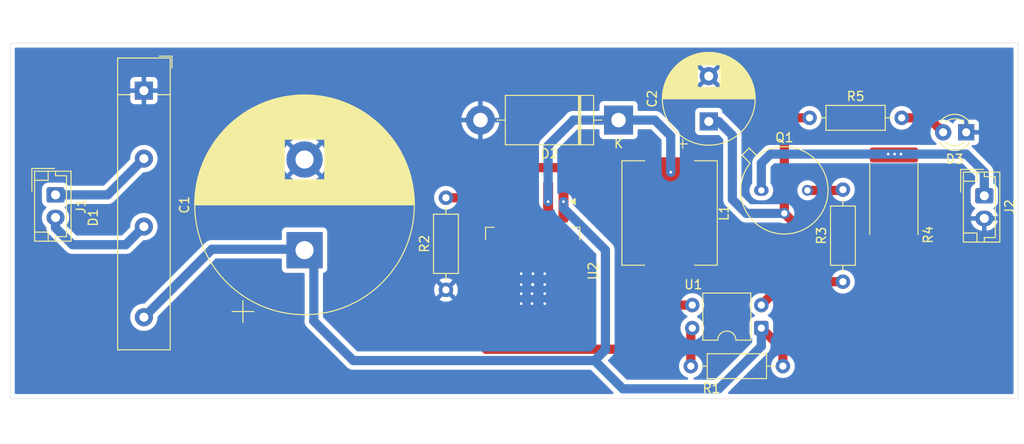
<source format=kicad_pcb>
(kicad_pcb (version 20241229) (generator "pcbnew") (generator_version "9.0")
  (title_block (title "Circuit imprimé de l'alimentation 5V/2A") (company "Team Winners"))
  (layers (0 "F.Cu" signal) (2 "B.Cu" signal) (13 "F.Paste" user) (15 "B.Paste" user) (5 "F.SilkS" user "F.Silkscreen") (7 "B.SilkS" user "B.Silkscreen") (1 "F.Mask" user) (3 "B.Mask" user) (25 "Edge.Cuts" user))
  (net 0 "")
  (net 1 "GND")
  (net 2 "Vin")
  (net 3 "Vo")
  (net 4 "S2")
  (net 5 "S1")
  (net 6 "Net-(D2-K)")
  (net 7 "Net-(D3-A)")
  (net 8 "Vout")
  (net 9 "Net-(Q1-C)")
  (net 10 "Net-(R1-Pad1)")
  (net 11 "Von_off")
  (net 12 "Net-(R3-Pad1)")
  (footprint "Diode_THT:Diode_Bridge_32.0x5.6x17.0mm_P10.0mm_P7.5mm" (layer "F.Cu") (at 98.125 100 -90)
    (property "Reference" "D1" (at 14.01 5.605 90) (layer "F.SilkS"))
    (property "Value" "B40C5000-3x00A")
    (pad "1" thru_hole rect (at 0 0 270) (size 2 2) (drill 1) (layers "*.Cu" "*.Mask") (net 1 "GND"))
    (pad "2" thru_hole circle (at 7.5 0 270) (size 2 2) (drill 1) (layers "*.Cu" "*.Mask") (net 5 "S1"))
    (pad "3" thru_hole circle (at 15 0 270) (size 2 2) (drill 1) (layers "*.Cu" "*.Mask") (net 4 "S2"))
    (pad "4" thru_hole circle (at 25 0 270) (size 2 2) (drill 1) (layers "*.Cu" "*.Mask") (net 2 "Vin"))
  )
  (footprint "Connector_JST:JST_EH_B2B-EH-A_1x02_P2.50mm_Vertical" (layer "F.Cu") (at 88.375 111.5 -90)
    (property "Reference" "J1" (at 1.25 -2.8 90) (layer "F.SilkS"))
    (property "Value" "Input")
    (pad "1" thru_hole roundrect (at 0 0 270) (size 1.7 2) (drill 1) (layers "*.Cu" "*.Mask") (roundrect_rratio 0.147059) (net 5 "S1"))
    (pad "2" thru_hole oval (at 2.5 0 270) (size 1.7 2) (drill 1) (layers "*.Cu" "*.Mask") (net 4 "S2"))
  )
  (footprint "Resistor_SMD:R_4020_10251Metric_Pad1.65x5.30mm_HandSolder" (layer "F.Cu") (at 180.875 112 90)
    (property "Reference" "R4" (at -3.9 3.775 90) (layer "F.SilkS"))
    (property "Value" "350m")
    (pad "1" smd roundrect (at -4.9 0 90) (size 1.65 5.3) (layers "F.Cu" "F.Mask" "F.Paste") (roundrect_rratio 0.151515) (net 3 "Vo"))
    (pad "2" smd roundrect (at 4.9 0 90) (size 1.65 5.3) (layers "F.Cu" "F.Mask" "F.Paste") (roundrect_rratio 0.151515) (net 8 "Vout"))
  )
  (footprint "Resistor_THT:R_Axial_DIN0207_L6.3mm_D2.5mm_P10.16mm_Horizontal" (layer "F.Cu") (at 171.57 103)
    (property "Reference" "R5" (at 5.08 -2.37 0) (layer "F.SilkS"))
    (property "Value" "150")
    (pad "1" thru_hole circle (at 0 0) (size 1.6 1.6) (drill 0.8) (layers "*.Cu" "*.Mask") (net 3 "Vo"))
    (pad "2" thru_hole oval (at 10.16 0) (size 1.6 1.6) (drill 0.8) (layers "*.Cu" "*.Mask") (net 7 "Net-(D3-A)"))
  )
  (footprint "LED_THT:LED_D3.0mm" (layer "F.Cu") (at 188.85 104.6 180)
    (property "Reference" "D3" (at 1.27 -2.96 0) (layer "F.SilkS"))
    (property "Value" "LED")
    (pad "1" thru_hole rect (at 0 0 180) (size 1.8 1.8) (drill 0.9) (layers "*.Cu" "*.Mask") (net 1 "GND"))
    (pad "2" thru_hole circle (at 2.54 0 180) (size 1.8 1.8) (drill 0.9) (layers "*.Cu" "*.Mask") (net 7 "Net-(D3-A)"))
  )
  (footprint "Package_TO_SOT_THT:TO-39-3" (layer "F.Cu") (at 166.25 111)
    (property "Reference" "Q1" (at 2.54 -5.82 0) (layer "F.SilkS"))
    (property "Value" "2N2219")
    (pad "1" thru_hole oval (at 0 0) (size 1.6 1.2) (drill 0.7) (layers "*.Cu" "*.Mask") (net 8 "Vout"))
    (pad "2" thru_hole circle (at 2.54 2.54) (size 1.2 1.2) (drill 0.7) (layers "*.Cu" "*.Mask") (net 3 "Vo"))
    (pad "3" thru_hole circle (at 5.08 0) (size 1.2 1.2) (drill 0.7) (layers "*.Cu" "*.Mask") (net 9 "Net-(Q1-C)"))
  )
  (footprint "Connector_JST:JST_EH_B2B-EH-A_1x02_P2.50mm_Vertical" (layer "F.Cu") (at 190.85 111.6 -90)
    (property "Reference" "J2" (at 1.25 -2.8 90) (layer "F.SilkS"))
    (property "Value" "Output")
    (pad "1" thru_hole roundrect (at 0 0 270) (size 1.7 2) (drill 1) (layers "*.Cu" "*.Mask") (roundrect_rratio 0.147059) (net 8 "Vout"))
    (pad "2" thru_hole oval (at 2.5 0 270) (size 1.7 2) (drill 1) (layers "*.Cu" "*.Mask") (net 1 "GND"))
  )
  (footprint "Package_DIP:DIP-4_W7.62mm" (layer "F.Cu") (at 166.25 126.2 180)
    (property "Reference" "U1" (at 7.5 4.8 0) (layer "F.SilkS"))
    (property "Value" "PC817")
    (pad "1" thru_hole roundrect (at 0 0 180) (size 1.6 1.6) (drill 0.8) (layers "*.Cu" "*.Mask") (roundrect_rratio 0.15625) (net 2 "Vin"))
    (pad "2" thru_hole circle (at 0 2.54 180) (size 1.6 1.6) (drill 0.8) (layers "*.Cu" "*.Mask") (net 12 "Net-(R3-Pad1)"))
    (pad "3" thru_hole circle (at 7.62 2.54 180) (size 1.6 1.6) (drill 0.8) (layers "*.Cu" "*.Mask") (net 11 "Von_off"))
    (pad "4" thru_hole circle (at 7.62 0 180) (size 1.6 1.6) (drill 0.8) (layers "*.Cu" "*.Mask") (net 10 "Net-(R1-Pad1)"))
  )
  (footprint "Resistor_THT:R_Axial_DIN0207_L6.3mm_D2.5mm_P10.16mm_Horizontal" (layer "F.Cu") (at 131.45 121.98 90)
    (property "Reference" "R2" (at 5.08 -2.37 90) (layer "F.SilkS"))
    (property "Value" "10k")
    (pad "1" thru_hole circle (at 0 0 90) (size 1.6 1.6) (drill 0.8) (layers "*.Cu" "*.Mask") (net 1 "GND"))
    (pad "2" thru_hole oval (at 10.16 0 90) (size 1.6 1.6) (drill 0.8) (layers "*.Cu" "*.Mask") (net 11 "Von_off"))
  )
  (footprint "Diode_THT:D_DO-201AD_P15.24mm_Horizontal" (layer "F.Cu") (at 150.495 103.25 180)
    (property "Reference" "D2" (at 7.62 -3.72 0) (layer "F.SilkS"))
    (property "Value" "1N5822")
    (fp_text user "K" (at 0 -2.6 0) (layer "F.SilkS"))
    (pad "1" thru_hole rect (at 0 0 180) (size 3.2 3.2) (drill 1.6) (layers "*.Cu" "*.Mask") (net 6 "Net-(D2-K)"))
    (pad "2" thru_hole oval (at 15.24 0 180) (size 3.2 3.2) (drill 1.6) (layers "*.Cu" "*.Mask") (net 1 "GND"))
  )
  (footprint "Resistor_THT:R_Axial_DIN0207_L6.3mm_D2.5mm_P10.16mm_Horizontal" (layer "F.Cu") (at 175.25 121.08 90)
    (property "Reference" "R3" (at 5.08 -2.37 90) (layer "F.SilkS"))
    (property "Value" "180")
    (pad "1" thru_hole circle (at 0 0 90) (size 1.6 1.6) (drill 0.8) (layers "*.Cu" "*.Mask") (net 12 "Net-(R3-Pad1)"))
    (pad "2" thru_hole oval (at 10.16 0 90) (size 1.6 1.6) (drill 0.8) (layers "*.Cu" "*.Mask") (net 9 "Net-(Q1-C)"))
  )
  (footprint "Capacitor_THT:CP_Radial_D10.0mm_P5.00mm" (layer "F.Cu") (at 160.45 103.4 90)
    (property "Reference" "C2" (at 2.5 -6.25 90) (layer "F.SilkS"))
    (property "Value" "470µF")
    (pad "1" thru_hole rect (at 0 0 90) (size 2 2) (drill 1) (layers "*.Cu" "*.Mask") (net 3 "Vo"))
    (pad "2" thru_hole circle (at 5 0 90) (size 2 2) (drill 1) (layers "*.Cu" "*.Mask") (net 1 "GND"))
  )
  (footprint "Package_TO_SOT_SMD:TO-263-5_TabPin3" (layer "F.Cu") (at 141.025 119.9 -90)
    (property "Reference" "U2" (at 0 -6.65 90) (layer "F.SilkS"))
    (property "Value" "LM2596S-5")
    (pad "1" smd roundrect (at -7.65 -3.4 270) (size 4.6 1.1) (layers "F.Cu" "F.Mask" "F.Paste") (roundrect_rratio 0.227273) (net 2 "Vin"))
    (pad "2" smd roundrect (at -7.65 -1.7 270) (size 4.6 1.1) (layers "F.Cu" "F.Mask" "F.Paste") (roundrect_rratio 0.227273) (net 6 "Net-(D2-K)"))
    (pad "3" smd roundrect (at -7.65 0 270) (size 4.6 1.1) (layers "F.Cu" "F.Mask" "F.Paste") (roundrect_rratio 0.227273) (net 1 "GND"))
    (pad "3" smd roundrect (at 1.5 0 270) (size 9.4 10.8) (layers "F.Cu" "F.Mask") (roundrect_rratio 0.026596) (net 1 "GND"))
    (pad "4" smd roundrect (at -7.65 1.7 270) (size 4.6 1.1) (layers "F.Cu" "F.Mask" "F.Paste") (roundrect_rratio 0.227273) (net 3 "Vo"))
    (pad "5" smd roundrect (at -7.65 3.4 270) (size 4.6 1.1) (layers "F.Cu" "F.Mask" "F.Paste") (roundrect_rratio 0.227273) (net 11 "Von_off"))
  )
  (footprint "Capacitor_THT:CP_Radial_D24.0mm_P10.00mm_SnapIn" (layer "F.Cu") (at 115.85 117.6 90)
    (property "Reference" "C1" (at 5 -13.25 90) (layer "F.SilkS"))
    (property "Value" "4700µF")
    (pad "1" thru_hole rect (at 0 0 90) (size 4 4) (drill 2) (layers "*.Cu" "*.Mask") (net 2 "Vin"))
    (pad "2" thru_hole circle (at 10 0 90) (size 4 4) (drill 2) (layers "*.Cu" "*.Mask") (net 1 "GND"))
  )
  (footprint "Resistor_THT:R_Axial_DIN0207_L6.3mm_D2.5mm_P10.16mm_Horizontal" (layer "F.Cu") (at 158.47 130.4)
    (property "Reference" "R1" (at 2.285 2.45 0) (layer "F.SilkS"))
    (property "Value" "10k")
    (pad "1" thru_hole circle (at 0 0) (size 1.6 1.6) (drill 0.8) (layers "*.Cu" "*.Mask") (net 10 "Net-(R1-Pad1)"))
    (pad "2" thru_hole oval (at 10.16 0) (size 1.6 1.6) (drill 0.8) (layers "*.Cu" "*.Mask") (net 2 "Vin"))
  )
  (footprint "Inductor_SMD:L_Bourns_SRP1050WA" (layer "F.Cu") (at 156.125 113.5 -90)
    (property "Reference" "L1" (at 0 -6 90) (layer "F.SilkS"))
    (property "Value" "33µH")
    (pad "1" smd roundrect (at -4.45 0 270) (size 3.4 5) (layers "F.Cu" "F.Mask" "F.Paste") (roundrect_rratio 0.073529) (net 6 "Net-(D2-K)"))
    (pad "2" smd roundrect (at 4.45 0 270) (size 3.4 5) (layers "F.Cu" "F.Mask" "F.Paste") (roundrect_rratio 0.073529) (net 3 "Vo"))
  )
  (gr_rect (start 83.375 94.75) (end 194.575 133.98) (stroke (width 0.05)) (fill no) (layer "Edge.Cuts"))
  (segment (start 141.025 120.2) (end 141.025 120.4) (width 1.016) (layer "F.Cu") (net 1))
  (segment (start 141.025 112.25) (end 141.025 120.2) (width 1.016) (layer "F.Cu") (net 1))
  (segment (start 141.025 120.4) (end 141.025 121.4) (width 1.016) (layer "F.Cu") (net 1))
  (via (at 142.35 121.4) (size 0.6) (drill 0.3) (layers "F.Cu" "B.Cu") (net 1))
  (via (at 139.75 123.5) (size 0.6) (drill 0.3) (layers "F.Cu" "B.Cu") (net 1))
  (via (at 139.75 122.4) (size 0.6) (drill 0.3) (layers "F.Cu" "B.Cu") (net 1))
  (via (at 141.025 121.4) (size 0.6) (drill 0.3) (layers "F.Cu" "B.Cu") (net 1))
  (via (at 141.05 120.2) (size 0.6) (drill 0.3) (layers "F.Cu" "B.Cu") (net 1))
  (via (at 141.025 121.4) (size 0.6) (drill 0.3) (layers "F.Cu" "B.Cu") (net 1))
  (via (at 140.95 122.4) (size 0.6) (drill 0.3) (layers "F.Cu" "B.Cu") (net 1))
  (via (at 139.75 121.4) (size 0.6) (drill 0.3) (layers "F.Cu" "B.Cu") (net 1))
  (via (at 141.025 121.4) (size 0.6) (drill 0.3) (layers "F.Cu" "B.Cu") (net 1))
  (via (at 142.35 120.2) (size 0.6) (drill 0.3) (layers "F.Cu" "B.Cu") (net 1))
  (via (at 142.35 122.4) (size 0.6) (drill 0.3) (layers "F.Cu" "B.Cu") (net 1))
  (via (at 141.025 121.4) (size 0.6) (drill 0.3) (layers "F.Cu" "B.Cu") (net 1))
  (via (at 141.025 121.4) (size 0.6) (drill 0.3) (layers "F.Cu" "B.Cu") (net 1))
  (via (at 141.025 121.4) (size 0.6) (drill 0.3) (layers "F.Cu" "B.Cu") (net 1))
  (via (at 139.75 120.2) (size 0.6) (drill 0.3) (layers "F.Cu" "B.Cu") (net 1))
  (via (at 141.025 121.4) (size 0.6) (drill 0.3) (layers "F.Cu" "B.Cu") (net 1))
  (via (at 141.025 121.4) (size 0.6) (drill 0.3) (layers "F.Cu" "B.Cu") (net 1))
  (via (at 141.025 121.4) (size 0.6) (drill 0.3) (layers "F.Cu" "B.Cu") (net 1))
  (via (at 141.025 121.4) (size 0.6) (drill 0.3) (layers "F.Cu" "B.Cu") (net 1))
  (via (at 142.35 123.5) (size 0.6) (drill 0.3) (layers "F.Cu" "B.Cu") (net 1))
  (via (at 141.025 121.4) (size 0.6) (drill 0.3) (layers "F.Cu" "B.Cu") (net 1))
  (via (at 140.95 123.5) (size 0.6) (drill 0.3) (layers "F.Cu" "B.Cu") (net 1))
  (via (at 141.025 121.4) (size 0.6) (drill 0.3) (layers "F.Cu" "B.Cu") (net 1))
  (segment (start 168.63 130.4) (end 168.63 128.58) (width 1.016) (layer "F.Cu") (net 2))
  (segment (start 168.63 128.58) (end 166.25 126.2) (width 1.016) (layer "F.Cu") (net 2))
  (via (at 144.425 112.25) (size 0.6) (drill 0.3) (layers "F.Cu" "B.Cu") (net 2))
  (segment (start 147.85 129.784) (end 121.234 129.784) (width 1.016) (layer "B.Cu") (net 2))
  (segment (start 116.875 118.625) (end 115.85 117.6) (width 1.016) (layer "B.Cu") (net 2))
  (segment (start 115.75 117.5) (end 115.85 117.6) (width 1.016) (layer "B.Cu") (net 2))
  (segment (start 144.425 112.25) (end 144.425 112.975) (width 1.016) (layer "B.Cu") (net 2))
  (segment (start 116.85 125.4) (end 116.875 125.375) (width 1.016) (layer "B.Cu") (net 2))
  (segment (start 161.555 132.9) (end 150.966 132.9) (width 1.016) (layer "B.Cu") (net 2))
  (segment (start 166.25 126.2) (end 166.25 128.205) (width 1.016) (layer "B.Cu") (net 2))
  (segment (start 166.25 128.205) (end 161.555 132.9) (width 1.016) (layer "B.Cu") (net 2))
  (segment (start 150.966 132.9) (end 147.85 129.784) (width 1.016) (layer "B.Cu") (net 2))
  (segment (start 144.425 112.975) (end 149.05 117.6) (width 1.016) (layer "B.Cu") (net 2))
  (segment (start 149.05 128.584) (end 147.85 129.784) (width 1.016) (layer "B.Cu") (net 2))
  (segment (start 149.05 117.6) (end 149.05 128.584) (width 1.016) (layer "B.Cu") (net 2))
  (segment (start 116.875 125.375) (end 116.875 118.625) (width 1.016) (layer "B.Cu") (net 2))
  (segment (start 98.125 125) (end 105.625 117.5) (width 1.016) (layer "B.Cu") (net 2))
  (segment (start 121.234 129.784) (end 116.85 125.4) (width 1.016) (layer "B.Cu") (net 2))
  (segment (start 105.625 117.5) (end 115.75 117.5) (width 1.016) (layer "B.Cu") (net 2))
  (segment (start 171.57 103) (end 169.85 103) (width 1.016) (layer "F.Cu") (net 3))
  (segment (start 172.08 117.95) (end 174.03 117.95) (width 1.016) (layer "F.Cu") (net 3))
  (segment (start 170.25 117.95) (end 172.08 117.95) (width 1.016) (layer "F.Cu") (net 3))
  (segment (start 152.2 117.95) (end 156.125 117.95) (width 1.016) (layer "F.Cu") (net 3))
  (segment (start 156.125 117.95) (end 170.25 117.95) (width 1.016) (layer "F.Cu") (net 3))
  (segment (start 139.325 109.95) (end 140.775 108.5) (width 1.016) (layer "F.Cu") (net 3))
  (segment (start 149.65 115.4) (end 152.2 117.95) (width 1.016) (layer "F.Cu") (net 3))
  (segment (start 169.85 103) (end 168.79 104.06) (width 1.016) (layer "F.Cu") (net 3))
  (segment (start 173.2 117.95) (end 174.03 117.95) (width 1.016) (layer "F.Cu") (net 3))
  (segment (start 168.79 104.06) (end 168.79 113.54) (width 1.016) (layer "F.Cu") (net 3))
  (segment (start 148.55 108.5) (end 149.65 109.6) (width 1.016) (layer "F.Cu") (net 3))
  (segment (start 149.65 109.6) (end 149.65 115.4) (width 1.016) (layer "F.Cu") (net 3))
  (segment (start 140.775 108.5) (end 148.55 108.5) (width 1.016) (layer "F.Cu") (net 3))
  (segment (start 179.825 117.95) (end 180.875 116.9) (width 1.016) (layer "F.Cu") (net 3))
  (segment (start 174.03 117.95) (end 179.825 117.95) (width 1.016) (layer "F.Cu") (net 3))
  (segment (start 139.325 112.25) (end 139.325 109.95) (width 1.016) (layer "F.Cu") (net 3))
  (segment (start 168.79 113.54) (end 173.2 117.95) (width 1.016) (layer "F.Cu") (net 3))
  (segment (start 164.59 113.54) (end 168.79 113.54) (width 1.016) (layer "B.Cu") (net 3))
  (segment (start 161.525 103.4) (end 163.05 104.925) (width 1.016) (layer "B.Cu") (net 3))
  (segment (start 160.45 103.4) (end 161.525 103.4) (width 1.016) (layer "B.Cu") (net 3))
  (segment (start 163.05 104.925) (end 163.05 112) (width 1.016) (layer "B.Cu") (net 3))
  (segment (start 163.05 112) (end 164.59 113.54) (width 1.016) (layer "B.Cu") (net 3))
  (segment (start 90.25 117) (end 96.125 117) (width 1.016) (layer "B.Cu") (net 4))
  (segment (start 88.375 115.125) (end 90.25 117) (width 1.016) (layer "B.Cu") (net 4))
  (segment (start 96.125 117) (end 98.125 115) (width 1.016) (layer "B.Cu") (net 4))
  (segment (start 88.375 114) (end 88.375 115.125) (width 1.016) (layer "B.Cu") (net 4))
  (segment (start 88.375 111.5) (end 94.125 111.5) (width 1.016) (layer "B.Cu") (net 5))
  (segment (start 94.125 111.5) (end 98.125 107.5) (width 1.016) (layer "B.Cu") (net 5))
  (via (at 156.25 109) (size 0.6) (drill 0.3) (layers "F.Cu" "B.Cu") (net 6))
  (via (at 142.725 112.25) (size 0.6) (drill 0.3) (layers "F.Cu" "B.Cu") (net 6))
  (segment (start 145.52 103.27) (end 145.5 103.25) (width 1.016) (layer "B.Cu") (net 6))
  (segment (start 142.725 106.065) (end 145.52 103.27) (width 1.016) (layer "B.Cu") (net 6))
  (segment (start 150.495 103.25) (end 154.5 103.25) (width 1.016) (layer "B.Cu") (net 6))
  (segment (start 142.725 112.25) (end 142.725 106.065) (width 1.016) (layer "B.Cu") (net 6))
  (segment (start 156.25 105) (end 156.25 109) (width 1.016) (layer "B.Cu") (net 6))
  (segment (start 145.5 103.25) (end 150.495 103.25) (width 1.016) (layer "B.Cu") (net 6))
  (segment (start 154.5 103.25) (end 156.25 105) (width 1.016) (layer "B.Cu") (net 6))
  (segment (start 181.73 103) (end 184.71 103) (width 1.016) (layer "F.Cu") (net 7))
  (segment (start 184.71 103) (end 186.31 104.6) (width 1.016) (layer "F.Cu") (net 7))
  (via (at 181.65 107) (size 0.6) (drill 0.3) (layers "F.Cu" "B.Cu") (net 8))
  (via (at 180.95 107) (size 0.6) (drill 0.3) (layers "F.Cu" "B.Cu") (net 8))
  (via (at 180.25 107) (size 0.6) (drill 0.3) (layers "F.Cu" "B.Cu") (net 8))
  (segment (start 181.65 107) (end 188.85 107) (width 1.016) (layer "B.Cu") (net 8))
  (segment (start 167.25 107) (end 166.25 108) (width 1.016) (layer "B.Cu") (net 8))
  (segment (start 180.25 107) (end 181.65 107) (width 1.016) (layer "B.Cu") (net 8))
  (segment (start 166.25 108) (end 166.25 111) (width 1.016) (layer "B.Cu") (net 8))
  (segment (start 188.85 107) (end 190.85 109) (width 1.016) (layer "B.Cu") (net 8))
  (segment (start 190.85 109) (end 190.85 111.6) (width 1.016) (layer "B.Cu") (net 8))
  (segment (start 180.25 107) (end 167.25 107) (width 1.016) (layer "B.Cu") (net 8))
  (segment (start 175.16 111.01) (end 171.34 111.01) (width 1.016) (layer "F.Cu") (net 9))
  (segment (start 171.34 111.01) (end 171.33 111) (width 1.016) (layer "F.Cu") (net 9))
  (segment (start 175.25 110.92) (end 175.16 111.01) (width 1.016) (layer "F.Cu") (net 9))
  (segment (start 158.47 126.36) (end 158.63 126.2) (width 1.016) (layer "F.Cu") (net 10))
  (segment (start 158.47 130.4) (end 158.47 126.36) (width 1.016) (layer "F.Cu") (net 10))
  (segment (start 158.63 123.66) (end 155.83 123.66) (width 1.016) (layer "F.Cu") (net 11))
  (segment (start 134.87 111.82) (end 134.95 111.9) (width 1.016) (layer "F.Cu") (net 11))
  (segment (start 135.05 111.8) (end 137.175 111.8) (width 1.016) (layer "F.Cu") (net 11))
  (segment (start 150.96 128.53) (end 135.89 128.53) (width 1.016) (layer "F.Cu") (net 11))
  (segment (start 155.83 123.66) (end 150.96 128.53) (width 1.016) (layer "F.Cu") (net 11))
  (segment (start 137.175 111.8) (end 137.625 112.25) (width 1.016) (layer "F.Cu") (net 11))
  (segment (start 131.45 111.82) (end 134.87 111.82) (width 1.016) (layer "F.Cu") (net 11))
  (segment (start 135.89 128.53) (end 133.95 126.59) (width 1.016) (layer "F.Cu") (net 11))
  (segment (start 133.95 126.59) (end 133.95 112.9) (width 1.016) (layer "F.Cu") (net 11))
  (segment (start 133.95 112.9) (end 134.95 111.9) (width 1.016) (layer "F.Cu") (net 11))
  (segment (start 134.95 111.9) (end 135.05 111.8) (width 1.016) (layer "F.Cu") (net 11))
  (segment (start 166.25 123.66) (end 168.83 121.08) (width 1.016) (layer "F.Cu") (net 12))
  (segment (start 168.83 121.08) (end 175.25 121.08) (width 1.016) (layer "F.Cu") (net 12))
  (zone (net 1) (net_name "GND") (layer "B.Cu") (connect_pads (clearance 0.5)) (min_thickness 0.25) (fill yes (thermal_gap 0.5) (thermal_bridge_width 0.5))
    (polygon (pts (xy 82.25 90) (xy 195.25 90) (xy 195.25 139) (xy 82.25 139)))
  )
)
</source>
